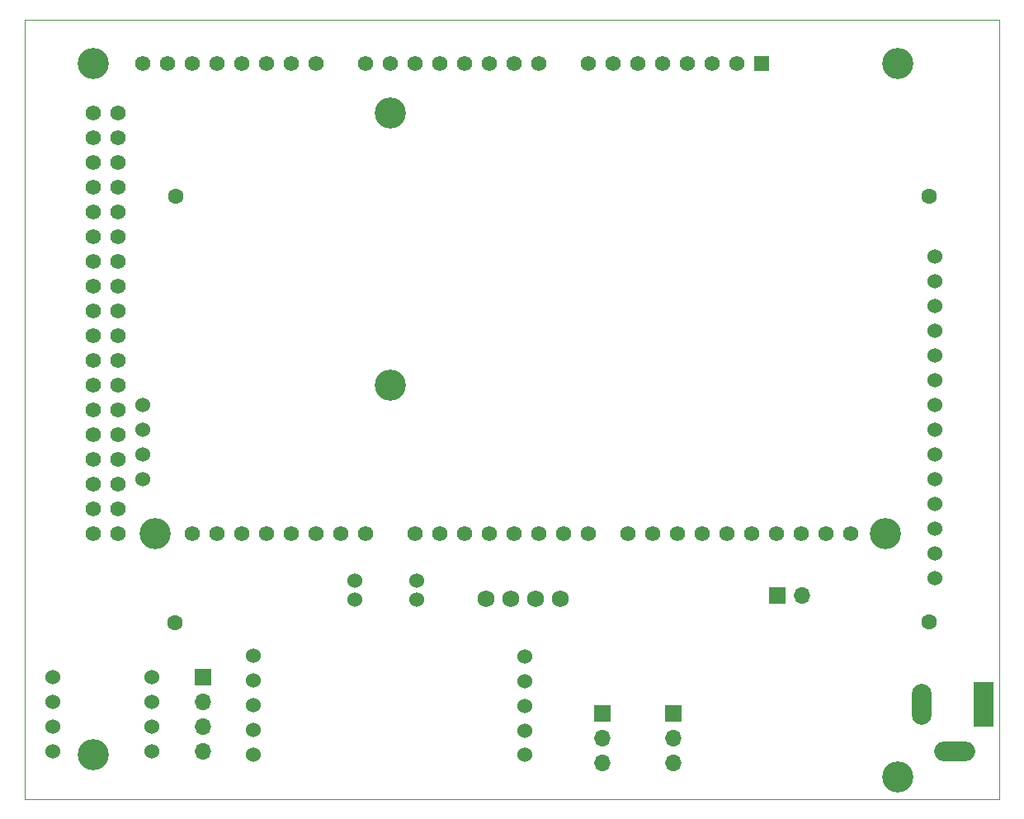
<source format=gbr>
%TF.GenerationSoftware,KiCad,Pcbnew,8.0.2*%
%TF.CreationDate,2024-05-11T13:38:57+03:00*%
%TF.ProjectId,diplomna-shema,6469706c-6f6d-46e6-912d-7368656d612e,rev?*%
%TF.SameCoordinates,Original*%
%TF.FileFunction,Soldermask,Top*%
%TF.FilePolarity,Negative*%
%FSLAX46Y46*%
G04 Gerber Fmt 4.6, Leading zero omitted, Abs format (unit mm)*
G04 Created by KiCad (PCBNEW 8.0.2) date 2024-05-11 13:38:57*
%MOMM*%
%LPD*%
G01*
G04 APERTURE LIST*
G04 Aperture macros list*
%AMRoundRect*
0 Rectangle with rounded corners*
0 $1 Rounding radius*
0 $2 $3 $4 $5 $6 $7 $8 $9 X,Y pos of 4 corners*
0 Add a 4 corners polygon primitive as box body*
4,1,4,$2,$3,$4,$5,$6,$7,$8,$9,$2,$3,0*
0 Add four circle primitives for the rounded corners*
1,1,$1+$1,$2,$3*
1,1,$1+$1,$4,$5*
1,1,$1+$1,$6,$7*
1,1,$1+$1,$8,$9*
0 Add four rect primitives between the rounded corners*
20,1,$1+$1,$2,$3,$4,$5,0*
20,1,$1+$1,$4,$5,$6,$7,0*
20,1,$1+$1,$6,$7,$8,$9,0*
20,1,$1+$1,$8,$9,$2,$3,0*%
G04 Aperture macros list end*
%ADD10C,3.200000*%
%ADD11C,1.600000*%
%ADD12C,1.524000*%
%ADD13C,1.734000*%
%ADD14R,1.700000X1.700000*%
%ADD15O,1.700000X1.700000*%
%ADD16R,2.000000X4.600000*%
%ADD17O,2.000000X4.200000*%
%ADD18O,4.200000X2.000000*%
%ADD19C,1.562000*%
%ADD20RoundRect,0.102000X-0.679000X0.679000X-0.679000X-0.679000X0.679000X-0.679000X0.679000X0.679000X0*%
%TA.AperFunction,Profile*%
%ADD21C,0.100000*%
%TD*%
G04 APERTURE END LIST*
D10*
%TO.C,*%
X115750000Y-100000000D03*
%TD*%
%TO.C,*%
X33250000Y-97750000D03*
%TD*%
D11*
%TO.C,U3*%
X119025000Y-84090000D03*
X119000000Y-40380000D03*
X41650000Y-40415000D03*
X41570000Y-84200000D03*
D12*
X119590000Y-79660000D03*
X119590000Y-77120000D03*
X119590000Y-74580000D03*
X119590000Y-72040000D03*
X119590000Y-69500000D03*
X119590000Y-66960000D03*
X119590000Y-64420000D03*
X119590000Y-61880000D03*
X119590000Y-59340000D03*
X119590000Y-56800000D03*
X119590000Y-54260000D03*
X119590000Y-51720000D03*
X119590000Y-49180000D03*
X119590000Y-46640000D03*
X38310000Y-69500000D03*
X38310000Y-66960000D03*
X38310000Y-64420000D03*
X38310000Y-61880000D03*
%TD*%
%TO.C,U2*%
X60050000Y-79845000D03*
X60050000Y-81845000D03*
X66450000Y-79845000D03*
X66450000Y-81845000D03*
%TD*%
D13*
%TO.C,U1*%
X73500000Y-81750000D03*
X76040000Y-81750000D03*
X78580000Y-81750000D03*
X81120000Y-81750000D03*
%TD*%
D14*
%TO.C,J9*%
X44500000Y-89760000D03*
D15*
X44500000Y-92300000D03*
X44500000Y-94840000D03*
X44500000Y-97380000D03*
%TD*%
D12*
%TO.C,U4*%
X29070000Y-89820000D03*
X29070000Y-92360000D03*
X29070000Y-94900000D03*
X29070000Y-97440000D03*
X39230000Y-97440000D03*
X39230000Y-94900000D03*
X39230000Y-92360000D03*
X39230000Y-89820000D03*
%TD*%
D14*
%TO.C,J8*%
X103425000Y-81410000D03*
D15*
X105965000Y-81410000D03*
%TD*%
D16*
%TO.C,J2*%
X124550000Y-92600000D03*
D17*
X118250000Y-92600000D03*
D18*
X121650000Y-97400000D03*
%TD*%
D14*
%TO.C,M2*%
X92730000Y-93495000D03*
D15*
X92730000Y-96035000D03*
X92730000Y-98575000D03*
%TD*%
D14*
%TO.C,M1*%
X85460000Y-93495000D03*
D15*
X85460000Y-96035000D03*
X85460000Y-98575000D03*
%TD*%
D12*
%TO.C,U5*%
X49690000Y-87550000D03*
X49690000Y-90100000D03*
X49665000Y-92650000D03*
X49690000Y-95200000D03*
X49690000Y-97750000D03*
X77515000Y-87650000D03*
X77515000Y-90200000D03*
X77490000Y-92750000D03*
X77515000Y-95300000D03*
X77490000Y-97750000D03*
%TD*%
D10*
%TO.C,A1*%
X115800000Y-26750000D03*
X33250000Y-26750000D03*
X63730000Y-31830000D03*
X63730000Y-59770000D03*
X114530000Y-75010000D03*
X39600000Y-75010000D03*
D19*
X66270000Y-75010000D03*
X68810000Y-75010000D03*
X71350000Y-75010000D03*
X73890000Y-75010000D03*
X94210000Y-26750000D03*
X76430000Y-75010000D03*
X78970000Y-75010000D03*
X91670000Y-26750000D03*
X35790000Y-75010000D03*
X33250000Y-75010000D03*
X81510000Y-75010000D03*
X84050000Y-75010000D03*
X88114000Y-75010000D03*
X90654000Y-75010000D03*
X93194000Y-75010000D03*
X95734000Y-75010000D03*
X98274000Y-75010000D03*
X100814000Y-75010000D03*
X61190000Y-75010000D03*
X58650000Y-75010000D03*
X56110000Y-75010000D03*
X53570000Y-75010000D03*
X51030000Y-75010000D03*
X48490000Y-75010000D03*
X45950000Y-75010000D03*
X43410000Y-75010000D03*
X35790000Y-72470000D03*
X33250000Y-72470000D03*
X35790000Y-69930000D03*
X33250000Y-69930000D03*
X35790000Y-67390000D03*
X33250000Y-67390000D03*
X35790000Y-64850000D03*
X33250000Y-64850000D03*
X35790000Y-62310000D03*
X33250000Y-62310000D03*
X35790000Y-59770000D03*
X33250000Y-59770000D03*
X35790000Y-57230000D03*
X33250000Y-57230000D03*
X35790000Y-54690000D03*
X33250000Y-54690000D03*
X35790000Y-52150000D03*
X33250000Y-52150000D03*
X35790000Y-49610000D03*
X33250000Y-49610000D03*
X35790000Y-47070000D03*
X33250000Y-47070000D03*
X35790000Y-44530000D03*
X33250000Y-44530000D03*
X35790000Y-41990000D03*
X33250000Y-41990000D03*
X35790000Y-39450000D03*
X33250000Y-39450000D03*
X35790000Y-36910000D03*
X33250000Y-36910000D03*
X35790000Y-34370000D03*
X33250000Y-34370000D03*
X78970000Y-26750000D03*
X76430000Y-26750000D03*
X73890000Y-26750000D03*
X71350000Y-26750000D03*
X68810000Y-26750000D03*
X66270000Y-26750000D03*
X63730000Y-26750000D03*
X61190000Y-26750000D03*
X56110000Y-26750000D03*
X53570000Y-26750000D03*
X51030000Y-26750000D03*
X48490000Y-26750000D03*
X45950000Y-26750000D03*
X43410000Y-26750000D03*
X40870000Y-26750000D03*
X38330000Y-26750000D03*
X105894000Y-75010000D03*
X89130000Y-26750000D03*
X86590000Y-26750000D03*
X103354000Y-75010000D03*
X35790000Y-31830000D03*
X33250000Y-31830000D03*
X99290000Y-26750000D03*
D20*
X101830000Y-26750000D03*
D19*
X96750000Y-26750000D03*
X110974000Y-75010000D03*
X108434000Y-75010000D03*
X84050000Y-26750000D03*
%TD*%
D21*
X26210000Y-22290000D02*
X126210000Y-22290000D01*
X126210000Y-102290000D01*
X26210000Y-102290000D01*
X26210000Y-22290000D01*
M02*

</source>
